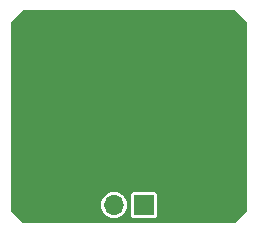
<source format=gbl>
G04 #@! TF.GenerationSoftware,KiCad,Pcbnew,9.0.2*
G04 #@! TF.CreationDate,2025-07-28T15:17:51+01:00*
G04 #@! TF.ProjectId,NB3_mouth,4e42335f-6d6f-4757-9468-2e6b69636164,0.0.3*
G04 #@! TF.SameCoordinates,PX86d97c0PY6ea0500*
G04 #@! TF.FileFunction,Copper,L2,Bot*
G04 #@! TF.FilePolarity,Positive*
%FSLAX46Y46*%
G04 Gerber Fmt 4.6, Leading zero omitted, Abs format (unit mm)*
G04 Created by KiCad (PCBNEW 9.0.2) date 2025-07-28 15:17:51*
%MOMM*%
%LPD*%
G01*
G04 APERTURE LIST*
G04 #@! TA.AperFunction,ComponentPad*
%ADD10R,1.700000X1.700000*%
G04 #@! TD*
G04 #@! TA.AperFunction,ComponentPad*
%ADD11O,1.700000X1.700000*%
G04 #@! TD*
G04 #@! TA.AperFunction,ViaPad*
%ADD12C,0.800000*%
G04 #@! TD*
G04 APERTURE END LIST*
D10*
X11275000Y1500000D03*
D11*
X8735000Y1500000D03*
D12*
X2000000Y17000000D03*
X2000000Y1500000D03*
X6800000Y12275000D03*
X10000000Y9000000D03*
X6000000Y1475000D03*
X10000000Y4000000D03*
X18000000Y1500000D03*
X14000000Y1475000D03*
X10000000Y15000000D03*
X18000000Y17000000D03*
G04 #@! TA.AperFunction,Conductor*
G36*
X19015470Y17979815D02*
G01*
X19036112Y17963181D01*
X19963181Y17036112D01*
X19996666Y16974789D01*
X19999500Y16948431D01*
X19999500Y1051569D01*
X19979815Y984530D01*
X19963181Y963888D01*
X19036112Y36819D01*
X18974789Y3334D01*
X18948431Y500D01*
X1051569Y500D01*
X984530Y20185D01*
X963888Y36819D01*
X36819Y963888D01*
X3334Y1025211D01*
X500Y1051569D01*
X500Y1586611D01*
X7634500Y1586611D01*
X7634500Y1413389D01*
X7661598Y1242299D01*
X7715127Y1077555D01*
X7793768Y923212D01*
X7895586Y783072D01*
X8018072Y660586D01*
X8158212Y558768D01*
X8312555Y480127D01*
X8477299Y426598D01*
X8648389Y399500D01*
X8648390Y399500D01*
X8821610Y399500D01*
X8821611Y399500D01*
X8992701Y426598D01*
X9157445Y480127D01*
X9311788Y558768D01*
X9451928Y660586D01*
X9574414Y783072D01*
X9676232Y923212D01*
X9754873Y1077555D01*
X9808402Y1242299D01*
X9835500Y1413389D01*
X9835500Y1586611D01*
X9808402Y1757701D01*
X9754873Y1922445D01*
X9676232Y2076788D01*
X9574414Y2216928D01*
X9451928Y2339414D01*
X9403390Y2374679D01*
X10174500Y2374679D01*
X10174500Y625322D01*
X10189032Y552265D01*
X10189033Y552261D01*
X10189034Y552260D01*
X10244399Y469399D01*
X10327260Y414034D01*
X10327264Y414033D01*
X10400321Y399501D01*
X10400324Y399500D01*
X10400326Y399500D01*
X12149676Y399500D01*
X12149677Y399501D01*
X12222740Y414034D01*
X12305601Y469399D01*
X12360966Y552260D01*
X12375500Y625326D01*
X12375500Y2374674D01*
X12375500Y2374677D01*
X12375499Y2374679D01*
X12360967Y2447736D01*
X12360966Y2447740D01*
X12305601Y2530601D01*
X12222740Y2585966D01*
X12222739Y2585967D01*
X12222735Y2585968D01*
X12149677Y2600500D01*
X12149674Y2600500D01*
X10400326Y2600500D01*
X10400323Y2600500D01*
X10327264Y2585968D01*
X10327260Y2585967D01*
X10244399Y2530601D01*
X10189033Y2447740D01*
X10189032Y2447736D01*
X10174500Y2374679D01*
X9403390Y2374679D01*
X9311788Y2441232D01*
X9157445Y2519873D01*
X8992701Y2573402D01*
X8992699Y2573403D01*
X8992698Y2573403D01*
X8861271Y2594219D01*
X8821611Y2600500D01*
X8648389Y2600500D01*
X8608728Y2594219D01*
X8477302Y2573403D01*
X8312552Y2519872D01*
X8158211Y2441232D01*
X8078256Y2383141D01*
X8018072Y2339414D01*
X8018070Y2339412D01*
X8018069Y2339412D01*
X7895588Y2216931D01*
X7895588Y2216930D01*
X7895586Y2216928D01*
X7851859Y2156744D01*
X7793768Y2076789D01*
X7715128Y1922448D01*
X7661597Y1757698D01*
X7634500Y1586611D01*
X500Y1586611D01*
X500Y16948431D01*
X20185Y17015470D01*
X36819Y17036112D01*
X963888Y17963181D01*
X1025211Y17996666D01*
X1051569Y17999500D01*
X18948431Y17999500D01*
X19015470Y17979815D01*
G37*
G04 #@! TD.AperFunction*
M02*

</source>
